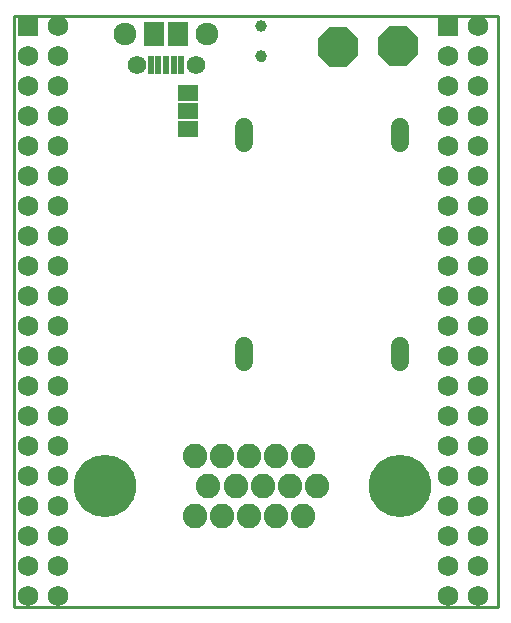
<source format=gts>
G75*
%MOIN*%
%OFA0B0*%
%FSLAX24Y24*%
%IPPOS*%
%LPD*%
%AMOC8*
5,1,8,0,0,1.08239X$1,22.5*
%
%ADD10C,0.0100*%
%ADD11C,0.0680*%
%ADD12R,0.0680X0.0680*%
%ADD13C,0.0000*%
%ADD14C,0.0395*%
%ADD15C,0.0820*%
%ADD16C,0.2080*%
%ADD17R,0.0237X0.0611*%
%ADD18R,0.0671X0.0828*%
%ADD19C,0.0759*%
%ADD20C,0.0615*%
%ADD21C,0.0595*%
%ADD22R,0.0710X0.0540*%
%ADD23OC8,0.1330*%
D10*
X004503Y003075D02*
X004503Y022760D01*
X020645Y022760D01*
X020645Y003075D01*
X004503Y003075D01*
D11*
X004995Y003442D03*
X004995Y004442D03*
X005995Y004442D03*
X005995Y003442D03*
X005995Y005442D03*
X005995Y006442D03*
X005995Y007442D03*
X005995Y008442D03*
X004995Y008442D03*
X004995Y007442D03*
X004995Y006442D03*
X004995Y005442D03*
X004995Y009442D03*
X004995Y010442D03*
X004995Y011442D03*
X005995Y011442D03*
X005995Y010442D03*
X005995Y009442D03*
X005995Y012442D03*
X005995Y013442D03*
X005995Y014442D03*
X005995Y015442D03*
X004995Y015442D03*
X004995Y014442D03*
X004995Y013442D03*
X004995Y012442D03*
X004995Y016442D03*
X004995Y017442D03*
X004995Y018442D03*
X004995Y019442D03*
X005995Y019442D03*
X005995Y018442D03*
X005995Y017442D03*
X005995Y016442D03*
X005995Y020442D03*
X005995Y021442D03*
X005995Y022442D03*
X004995Y021442D03*
X004995Y020442D03*
X018995Y020442D03*
X018995Y021442D03*
X019995Y021442D03*
X019995Y022442D03*
X019995Y020442D03*
X019995Y019442D03*
X018995Y019442D03*
X018995Y018442D03*
X019995Y018442D03*
X019995Y017442D03*
X018995Y017442D03*
X018995Y016442D03*
X019995Y016442D03*
X019995Y015442D03*
X018995Y015442D03*
X018995Y014442D03*
X019995Y014442D03*
X019995Y013442D03*
X018995Y013442D03*
X018995Y012442D03*
X019995Y012442D03*
X019995Y011442D03*
X018995Y011442D03*
X018995Y010442D03*
X019995Y010442D03*
X019995Y009442D03*
X018995Y009442D03*
X018995Y008442D03*
X019995Y008442D03*
X019995Y007442D03*
X018995Y007442D03*
X018995Y006442D03*
X019995Y006442D03*
X019995Y005442D03*
X018995Y005442D03*
X018995Y004442D03*
X019995Y004442D03*
X019995Y003442D03*
X018995Y003442D03*
D12*
X018995Y022442D03*
X004995Y022442D03*
D13*
X012582Y022440D02*
X012584Y022465D01*
X012590Y022489D01*
X012599Y022511D01*
X012612Y022532D01*
X012628Y022551D01*
X012647Y022567D01*
X012668Y022580D01*
X012690Y022589D01*
X012714Y022595D01*
X012739Y022597D01*
X012764Y022595D01*
X012788Y022589D01*
X012810Y022580D01*
X012831Y022567D01*
X012850Y022551D01*
X012866Y022532D01*
X012879Y022511D01*
X012888Y022489D01*
X012894Y022465D01*
X012896Y022440D01*
X012894Y022415D01*
X012888Y022391D01*
X012879Y022369D01*
X012866Y022348D01*
X012850Y022329D01*
X012831Y022313D01*
X012810Y022300D01*
X012788Y022291D01*
X012764Y022285D01*
X012739Y022283D01*
X012714Y022285D01*
X012690Y022291D01*
X012668Y022300D01*
X012647Y022313D01*
X012628Y022329D01*
X012612Y022348D01*
X012599Y022369D01*
X012590Y022391D01*
X012584Y022415D01*
X012582Y022440D01*
X012582Y021417D02*
X012584Y021442D01*
X012590Y021466D01*
X012599Y021488D01*
X012612Y021509D01*
X012628Y021528D01*
X012647Y021544D01*
X012668Y021557D01*
X012690Y021566D01*
X012714Y021572D01*
X012739Y021574D01*
X012764Y021572D01*
X012788Y021566D01*
X012810Y021557D01*
X012831Y021544D01*
X012850Y021528D01*
X012866Y021509D01*
X012879Y021488D01*
X012888Y021466D01*
X012894Y021442D01*
X012896Y021417D01*
X012894Y021392D01*
X012888Y021368D01*
X012879Y021346D01*
X012866Y021325D01*
X012850Y021306D01*
X012831Y021290D01*
X012810Y021277D01*
X012788Y021268D01*
X012764Y021262D01*
X012739Y021260D01*
X012714Y021262D01*
X012690Y021268D01*
X012668Y021277D01*
X012647Y021290D01*
X012628Y021306D01*
X012612Y021325D01*
X012599Y021346D01*
X012590Y021368D01*
X012584Y021392D01*
X012582Y021417D01*
D14*
X012739Y021417D03*
X012739Y022440D03*
D15*
X012351Y008096D03*
X011449Y008096D03*
X010548Y008096D03*
X010996Y007096D03*
X011898Y007096D03*
X012800Y007096D03*
X013701Y007096D03*
X014603Y007096D03*
X014154Y008096D03*
X013252Y008096D03*
X013252Y006096D03*
X012351Y006096D03*
X011449Y006096D03*
X010548Y006096D03*
X014154Y006096D03*
D16*
X017374Y007096D03*
X007532Y007096D03*
D17*
X009070Y021117D03*
X009326Y021117D03*
X009582Y021117D03*
X009838Y021117D03*
X010094Y021117D03*
D18*
X009976Y022170D03*
X009188Y022166D03*
D19*
X008204Y022170D03*
X010960Y022170D03*
D20*
X010566Y021136D03*
X008598Y021136D03*
D21*
X012186Y019049D02*
X012186Y018534D01*
X017386Y018534D02*
X017386Y019049D01*
X017386Y011749D02*
X017386Y011234D01*
X012186Y011234D02*
X012186Y011749D01*
D22*
X010330Y019011D03*
X010330Y019611D03*
X010330Y020211D03*
D23*
X015330Y021737D03*
X017298Y021776D03*
M02*

</source>
